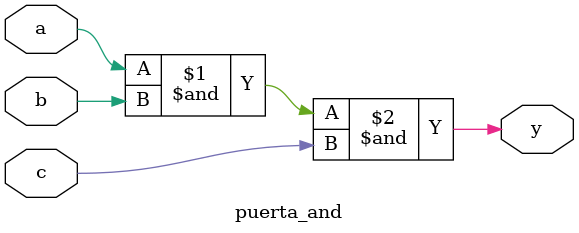
<source format=v>
module puerta_and(output wire y, input wire a, b, c); // Si es estructural output wire, si es behavioral output reg (instanciar un módulo)
  assign y = a & b & c;
endmodule
</source>
